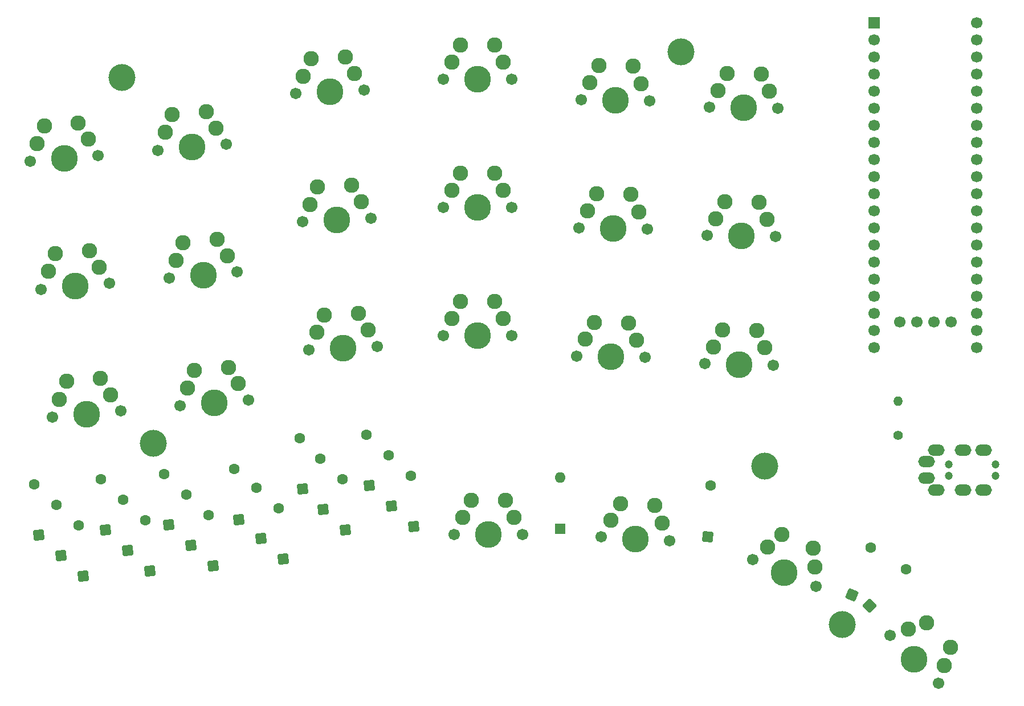
<source format=gbs>
%TF.GenerationSoftware,KiCad,Pcbnew,6.0.0-rc1-unknown-b471945224~144~ubuntu20.04.1*%
%TF.CreationDate,2021-11-24T20:15:15+01:00*%
%TF.ProjectId,khada,6b686164-612e-46b6-9963-61645f706362,rev?*%
%TF.SameCoordinates,Original*%
%TF.FileFunction,Soldermask,Bot*%
%TF.FilePolarity,Negative*%
%FSLAX46Y46*%
G04 Gerber Fmt 4.6, Leading zero omitted, Abs format (unit mm)*
G04 Created by KiCad (PCBNEW 6.0.0-rc1-unknown-b471945224~144~ubuntu20.04.1) date 2021-11-24 20:15:15*
%MOMM*%
%LPD*%
G01*
G04 APERTURE LIST*
G04 Aperture macros list*
%AMRoundRect*
0 Rectangle with rounded corners*
0 $1 Rounding radius*
0 $2 $3 $4 $5 $6 $7 $8 $9 X,Y pos of 4 corners*
0 Add a 4 corners polygon primitive as box body*
4,1,4,$2,$3,$4,$5,$6,$7,$8,$9,$2,$3,0*
0 Add four circle primitives for the rounded corners*
1,1,$1+$1,$2,$3*
1,1,$1+$1,$4,$5*
1,1,$1+$1,$6,$7*
1,1,$1+$1,$8,$9*
0 Add four rect primitives between the rounded corners*
20,1,$1+$1,$2,$3,$4,$5,0*
20,1,$1+$1,$4,$5,$6,$7,0*
20,1,$1+$1,$6,$7,$8,$9,0*
20,1,$1+$1,$8,$9,$2,$3,0*%
%AMHorizOval*
0 Thick line with rounded ends*
0 $1 width*
0 $2 $3 position (X,Y) of the first rounded end (center of the circle)*
0 $4 $5 position (X,Y) of the second rounded end (center of the circle)*
0 Add line between two ends*
20,1,$1,$2,$3,$4,$5,0*
0 Add two circle primitives to create the rounded ends*
1,1,$1,$2,$3*
1,1,$1,$4,$5*%
G04 Aperture macros list end*
%ADD10C,3.987800*%
%ADD11C,1.701800*%
%ADD12C,2.286000*%
%ADD13RoundRect,0.160000X0.693344X-0.581785X0.581785X0.693344X-0.693344X0.581785X-0.581785X-0.693344X0*%
%ADD14HorizOval,1.600000X0.000000X0.000000X0.000000X0.000000X0*%
%ADD15C,4.000000*%
%ADD16RoundRect,0.160000X0.353649X-0.833146X0.833146X0.353649X-0.353649X0.833146X-0.833146X-0.353649X0*%
%ADD17HorizOval,1.600000X0.000000X0.000000X0.000000X0.000000X0*%
%ADD18RoundRect,0.160000X0.672618X-0.605628X0.605628X0.672618X-0.672618X0.605628X-0.605628X-0.672618X0*%
%ADD19HorizOval,1.600000X0.000000X0.000000X0.000000X0.000000X0*%
%ADD20RoundRect,0.160000X0.640000X-0.640000X0.640000X0.640000X-0.640000X0.640000X-0.640000X-0.640000X0*%
%ADD21O,1.600000X1.600000*%
%ADD22C,1.400000*%
%ADD23O,1.400000X1.400000*%
%ADD24RoundRect,0.160000X0.605628X-0.672618X0.672618X0.605628X-0.605628X0.672618X-0.672618X-0.605628X0*%
%ADD25HorizOval,1.600000X0.000000X0.000000X0.000000X0.000000X0*%
%ADD26R,1.700000X1.700000*%
%ADD27C,1.700000*%
%ADD28RoundRect,0.160000X0.000000X-0.905097X0.905097X0.000000X0.000000X0.905097X-0.905097X0.000000X0*%
%ADD29HorizOval,1.600000X0.000000X0.000000X0.000000X0.000000X0*%
%ADD30C,1.200000*%
%ADD31O,2.500000X1.700000*%
G04 APERTURE END LIST*
D10*
%TO.C,SW6*%
X87147400Y-108585000D03*
D11*
X82086731Y-109027751D03*
X92208069Y-108142249D03*
D12*
X84174314Y-103745707D03*
X83130523Y-106386729D03*
X89234983Y-103302955D03*
X90721526Y-105722602D03*
%TD*%
D11*
%TO.C,SW7*%
X99225962Y-62638867D03*
X109372038Y-62107133D03*
D10*
X104299000Y-62373000D03*
D12*
X101496614Y-57432895D03*
X100361288Y-60035881D03*
X106569652Y-57167029D03*
X107970845Y-59637081D03*
%TD*%
D13*
%TO.C,D11*%
X90756063Y-125969502D03*
D14*
X90091937Y-118378498D03*
%TD*%
D13*
%TO.C,D4*%
X70944063Y-127493502D03*
D14*
X70279937Y-119902498D03*
%TD*%
D13*
%TO.C,D13*%
X97360063Y-131811502D03*
D14*
X96695937Y-124220498D03*
%TD*%
D13*
%TO.C,D6*%
X77548063Y-133589502D03*
D14*
X76883937Y-125998498D03*
%TD*%
D15*
%TO.C,H3*%
X78105000Y-114554000D03*
%TD*%
D11*
%TO.C,SW1*%
X59769331Y-72705751D03*
D10*
X64830000Y-72263000D03*
D11*
X69890669Y-71820249D03*
D12*
X61856914Y-67423707D03*
X60813123Y-70064729D03*
X66917583Y-66980955D03*
X68404126Y-69400602D03*
%TD*%
D15*
%TO.C,H5*%
X180467000Y-141478000D03*
%TD*%
%TO.C,H2*%
X156464000Y-56388000D03*
%TD*%
D13*
%TO.C,D7*%
X80342063Y-126731502D03*
D14*
X79677937Y-119140498D03*
%TD*%
D16*
%TO.C,D18*%
X181833749Y-137136570D03*
D17*
X184688251Y-130071430D03*
%TD*%
D10*
%TO.C,SW13*%
X126238000Y-98552000D03*
D11*
X131318000Y-98552000D03*
X121158000Y-98552000D03*
D12*
X123698000Y-93472000D03*
X122428000Y-96012000D03*
X128778000Y-93472000D03*
X130048000Y-96012000D03*
%TD*%
D18*
%TO.C,D19*%
X110126800Y-120893558D03*
D19*
X109728000Y-113284000D03*
%TD*%
D13*
%TO.C,D12*%
X94058063Y-128763502D03*
D14*
X93393937Y-121172498D03*
%TD*%
D11*
%TO.C,SW18*%
X176507165Y-135815837D03*
D10*
X171831000Y-133830923D03*
D11*
X167154835Y-131846009D03*
D12*
X169316334Y-130004155D03*
X171477832Y-128162301D03*
X176330581Y-132981526D03*
X176153996Y-130147215D03*
%TD*%
D18*
%TO.C,D21*%
X116730800Y-126989558D03*
D19*
X116332000Y-119380000D03*
%TD*%
D10*
%TO.C,SW8*%
X105299000Y-81415000D03*
D11*
X110372038Y-81149133D03*
X100225962Y-81680867D03*
D12*
X101361288Y-79077881D03*
X102496614Y-76474895D03*
X108970845Y-78679081D03*
X107569652Y-76209029D03*
%TD*%
D20*
%TO.C,D10*%
X138557000Y-127254000D03*
D21*
X138557000Y-119634000D03*
%TD*%
D10*
%TO.C,SW17*%
X146050000Y-101727000D03*
D11*
X151129226Y-101815658D03*
X140970774Y-101638342D03*
D12*
X142284909Y-99120893D03*
X143599045Y-96603445D03*
X149903749Y-99253881D03*
X148678271Y-96692103D03*
%TD*%
D11*
%TO.C,SW5*%
X80426731Y-90035751D03*
D10*
X85487400Y-89593000D03*
D11*
X90548069Y-89150249D03*
D12*
X81470523Y-87394729D03*
X82514314Y-84753707D03*
X87574983Y-84310955D03*
X89061526Y-86730602D03*
%TD*%
D11*
%TO.C,SW14*%
X144659962Y-128512133D03*
D10*
X149733000Y-128778000D03*
D11*
X154806038Y-129043867D03*
D12*
X146061155Y-126042081D03*
X147462348Y-123572029D03*
X153670712Y-126440881D03*
X152535386Y-123837895D03*
%TD*%
D11*
%TO.C,SW21*%
X170184226Y-102958658D03*
X160025774Y-102781342D03*
D10*
X165105000Y-102870000D03*
D12*
X162654045Y-97746445D03*
X161339909Y-100263893D03*
X167733271Y-97835103D03*
X168958749Y-100396881D03*
%TD*%
D13*
%TO.C,D2*%
X64340063Y-131303502D03*
D14*
X63675937Y-123712498D03*
%TD*%
D11*
%TO.C,SW11*%
X121158000Y-60452000D03*
X131318000Y-60452000D03*
D10*
X126238000Y-60452000D03*
D12*
X123698000Y-55372000D03*
X122428000Y-57912000D03*
X130048000Y-57912000D03*
X128778000Y-55372000D03*
%TD*%
D22*
%TO.C,R1*%
X188722000Y-113436400D03*
D23*
X188722000Y-108356400D03*
%TD*%
D11*
%TO.C,SW12*%
X131318000Y-79502000D03*
D10*
X126238000Y-79502000D03*
D11*
X121158000Y-79502000D03*
D12*
X122428000Y-76962000D03*
X123698000Y-74422000D03*
X130048000Y-76962000D03*
X128778000Y-74422000D03*
%TD*%
D11*
%TO.C,SW19*%
X160685774Y-64667342D03*
D10*
X165765000Y-64756000D03*
D11*
X170844226Y-64844658D03*
D12*
X161999909Y-62149893D03*
X163314045Y-59632445D03*
X168393271Y-59721103D03*
X169618749Y-62282881D03*
%TD*%
D13*
%TO.C,D8*%
X83644063Y-129779502D03*
D14*
X82979937Y-122188498D03*
%TD*%
D11*
%TO.C,SW9*%
X111372750Y-100191133D03*
D10*
X106299712Y-100457000D03*
D11*
X101226674Y-100722867D03*
D12*
X103497326Y-95516895D03*
X102362000Y-98119881D03*
X108570364Y-95251029D03*
X109971557Y-97721081D03*
%TD*%
D24*
%TO.C,D14*%
X160455600Y-128491702D03*
D25*
X160854400Y-120882144D03*
%TD*%
D13*
%TO.C,D5*%
X74246063Y-130541502D03*
D14*
X73581937Y-122950498D03*
%TD*%
D13*
%TO.C,D1*%
X61038063Y-128255502D03*
D14*
X60373937Y-120664498D03*
%TD*%
D11*
%TO.C,SW2*%
X71550669Y-90812249D03*
X61429331Y-91697751D03*
D10*
X66490000Y-91255000D03*
D12*
X62473123Y-89056729D03*
X63516914Y-86415707D03*
X68577583Y-85972955D03*
X70064126Y-88392602D03*
%TD*%
D18*
%TO.C,D16*%
X103268800Y-124449558D03*
D19*
X102870000Y-116840000D03*
%TD*%
D15*
%TO.C,H4*%
X168910000Y-117983000D03*
%TD*%
D13*
%TO.C,D3*%
X67642063Y-134351502D03*
D14*
X66977937Y-126760498D03*
%TD*%
D18*
%TO.C,D15*%
X100220800Y-121401558D03*
D19*
X99822000Y-113792000D03*
%TD*%
D26*
%TO.C,U1*%
X185166000Y-52070000D03*
D27*
X185166000Y-54610000D03*
X185166000Y-57150000D03*
X185166000Y-59690000D03*
X185166000Y-62230000D03*
X185166000Y-64770000D03*
X185166000Y-67310000D03*
X185166000Y-69850000D03*
X185166000Y-72390000D03*
X185166000Y-74930000D03*
X185166000Y-77470000D03*
X185166000Y-80010000D03*
X185166000Y-82550000D03*
X185166000Y-85090000D03*
X185166000Y-87630000D03*
X185166000Y-90170000D03*
X185166000Y-92710000D03*
X185166000Y-95250000D03*
X185166000Y-97790000D03*
X185166000Y-100330000D03*
X200406000Y-100330000D03*
X200406000Y-97790000D03*
X200406000Y-95250000D03*
X200406000Y-92710000D03*
X200406000Y-90170000D03*
X200406000Y-87630000D03*
X200406000Y-85090000D03*
X200406000Y-82550000D03*
X200406000Y-80010000D03*
X200406000Y-77470000D03*
X200406000Y-74930000D03*
X200406000Y-72390000D03*
X200406000Y-69850000D03*
X200406000Y-67310000D03*
X200406000Y-64770000D03*
X200406000Y-62230000D03*
X200406000Y-59690000D03*
X200406000Y-57150000D03*
X200406000Y-54610000D03*
X200406000Y-52070000D03*
X196598000Y-96519000D03*
X194058000Y-96519000D03*
X191518000Y-96519000D03*
X188978000Y-96519000D03*
%TD*%
D11*
%TO.C,SW10*%
X132969000Y-128143000D03*
D10*
X127889000Y-128143000D03*
D11*
X122809000Y-128143000D03*
D12*
X125349000Y-123063000D03*
X124079000Y-125603000D03*
X131699000Y-125603000D03*
X130429000Y-123063000D03*
%TD*%
D10*
%TO.C,SW22*%
X191135000Y-146685000D03*
D11*
X187542898Y-143092898D03*
X194727102Y-150277102D03*
D12*
X192931051Y-141296846D03*
X190236974Y-142194872D03*
X195625128Y-147583026D03*
X196523154Y-144888949D03*
%TD*%
D11*
%TO.C,SW16*%
X141300974Y-82581342D03*
X151459426Y-82758658D03*
D10*
X146380200Y-82670000D03*
D12*
X143929245Y-77546445D03*
X142615109Y-80063893D03*
X149008471Y-77635103D03*
X150233949Y-80196881D03*
%TD*%
D13*
%TO.C,D9*%
X86946063Y-132827502D03*
D14*
X86281937Y-125236498D03*
%TD*%
D15*
%TO.C,H1*%
X73406000Y-60198000D03*
%TD*%
D10*
%TO.C,SW20*%
X165435000Y-83813000D03*
D11*
X160355774Y-83724342D03*
X170514226Y-83901658D03*
D12*
X161669909Y-81206893D03*
X162984045Y-78689445D03*
X168063271Y-78778103D03*
X169288749Y-81339881D03*
%TD*%
D10*
%TO.C,SW15*%
X146710200Y-63613000D03*
D11*
X141630974Y-63524342D03*
X151789426Y-63701658D03*
D12*
X142945109Y-61006893D03*
X144259245Y-58489445D03*
X150563949Y-61139881D03*
X149338471Y-58578103D03*
%TD*%
D28*
%TO.C,D22*%
X184503923Y-138711077D03*
D29*
X189892077Y-133322923D03*
%TD*%
D10*
%TO.C,SW4*%
X83827400Y-70601000D03*
D11*
X78766731Y-71043751D03*
X88888069Y-70158249D03*
D12*
X79810523Y-68402729D03*
X80854314Y-65761707D03*
X87401526Y-67738602D03*
X85914983Y-65318955D03*
%TD*%
D18*
%TO.C,D20*%
X113428800Y-123941558D03*
D19*
X113030000Y-116332000D03*
%TD*%
D11*
%TO.C,SW3*%
X63089331Y-110689751D03*
D10*
X68150000Y-110247000D03*
D11*
X73210669Y-109804249D03*
D12*
X65176914Y-105407707D03*
X64133123Y-108048729D03*
X70237583Y-104964955D03*
X71724126Y-107384602D03*
%TD*%
D30*
%TO.C,J1*%
X203223200Y-117692200D03*
X196223200Y-117692200D03*
X196223200Y-119442200D03*
X203223200Y-119442200D03*
D31*
X192923200Y-119792200D03*
X192923200Y-117342200D03*
X201423200Y-115592200D03*
X201423200Y-121542200D03*
X198423200Y-115592200D03*
X198423200Y-121542200D03*
X194423200Y-121542200D03*
X194423200Y-115592200D03*
%TD*%
D18*
%TO.C,D17*%
X106570800Y-127497558D03*
D19*
X106172000Y-119888000D03*
%TD*%
M02*

</source>
